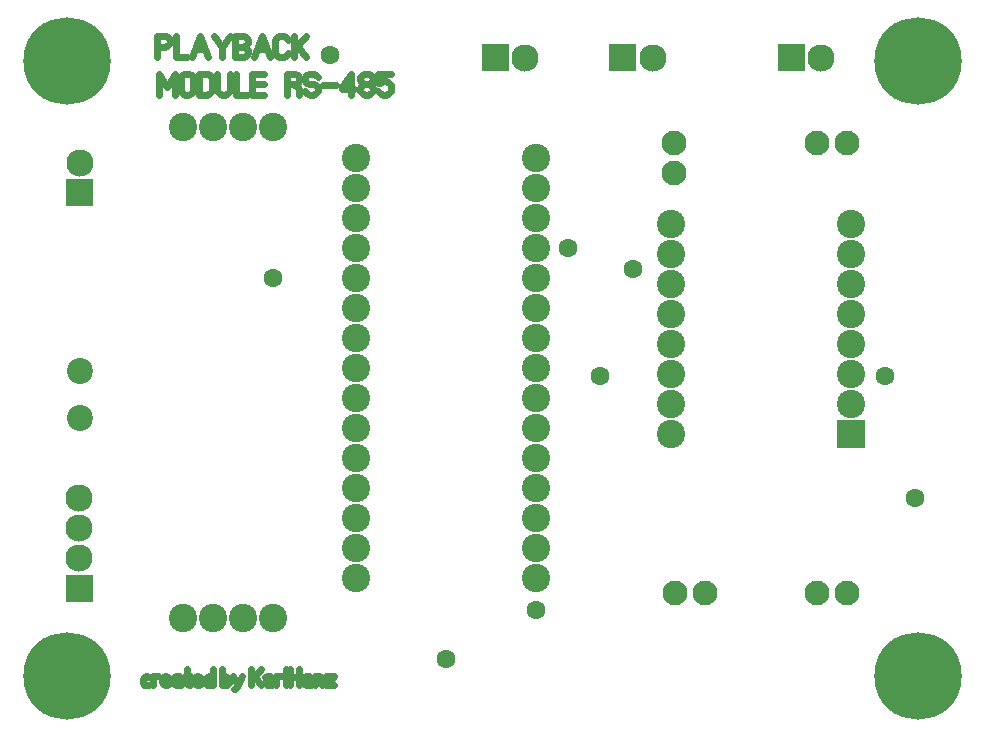
<source format=gbr>
%FSLAX34Y34*%
%MOMM*%
%LNSOLDERMASK_TOP*%
G71*
G01*
%ADD10C, 7.400*%
%ADD11C, 2.400*%
%ADD12C, 2.200*%
%ADD13C, 2.300*%
%ADD14C, 2.100*%
%ADD15C, 1.600*%
%ADD16C, 0.622*%
%ADD17C, 0.567*%
%LPD*%
X84137Y625475D02*
G54D10*
D03*
X84137Y104813D02*
G54D10*
D03*
X804862Y104813D02*
G54D10*
D03*
X804862Y625475D02*
G54D10*
D03*
X182562Y569612D02*
G54D11*
D03*
X207962Y569612D02*
G54D11*
D03*
X233362Y569612D02*
G54D11*
D03*
X258762Y569612D02*
G54D11*
D03*
X182562Y153687D02*
G54D11*
D03*
X207962Y153687D02*
G54D11*
D03*
X233362Y153688D02*
G54D11*
D03*
X258762Y153687D02*
G54D11*
D03*
X481012Y187362D02*
G54D11*
D03*
X481012Y212762D02*
G54D11*
D03*
X481012Y238162D02*
G54D11*
D03*
X481012Y263562D02*
G54D11*
D03*
X481012Y288962D02*
G54D11*
D03*
X481012Y314362D02*
G54D11*
D03*
X481012Y339762D02*
G54D11*
D03*
X481012Y365162D02*
G54D11*
D03*
X481012Y390562D02*
G54D11*
D03*
X481012Y415962D02*
G54D11*
D03*
X481012Y441362D02*
G54D11*
D03*
X481012Y466762D02*
G54D11*
D03*
X481012Y492162D02*
G54D11*
D03*
X481012Y517562D02*
G54D11*
D03*
X481012Y542962D02*
G54D11*
D03*
X328612Y187362D02*
G54D11*
D03*
X328612Y212762D02*
G54D11*
D03*
X328612Y238162D02*
G54D11*
D03*
X328612Y263562D02*
G54D11*
D03*
X328612Y288962D02*
G54D11*
D03*
X328612Y314362D02*
G54D11*
D03*
X328612Y339762D02*
G54D11*
D03*
X328612Y365162D02*
G54D11*
D03*
X328612Y390562D02*
G54D11*
D03*
X328612Y415962D02*
G54D11*
D03*
X328612Y441362D02*
G54D11*
D03*
X328612Y466762D02*
G54D11*
D03*
X328612Y492162D02*
G54D11*
D03*
X328612Y517562D02*
G54D11*
D03*
X328612Y542962D02*
G54D11*
D03*
X595312Y487400D02*
G54D11*
D03*
X595312Y462000D02*
G54D11*
D03*
X595312Y436600D02*
G54D11*
D03*
X595312Y411200D02*
G54D11*
D03*
X595312Y385800D02*
G54D11*
D03*
X595312Y360400D02*
G54D11*
D03*
X595312Y335000D02*
G54D11*
D03*
X94761Y322933D02*
G54D12*
D03*
X94761Y362933D02*
G54D12*
D03*
X94765Y539283D02*
G54D13*
D03*
G36*
X106265Y525383D02*
X106265Y502383D01*
X83265Y502383D01*
X83265Y525383D01*
X106265Y525383D01*
G37*
X94413Y204322D02*
G54D13*
D03*
G36*
X105913Y190422D02*
X105913Y167422D01*
X82913Y167422D01*
X82913Y190422D01*
X105913Y190422D01*
G37*
X94413Y229722D02*
G54D13*
D03*
X94413Y255122D02*
G54D13*
D03*
X747713Y487400D02*
G54D11*
D03*
X747713Y462000D02*
G54D11*
D03*
X747713Y436600D02*
G54D11*
D03*
X747713Y411200D02*
G54D11*
D03*
X747713Y385800D02*
G54D11*
D03*
X747713Y360400D02*
G54D11*
D03*
X747713Y335000D02*
G54D11*
D03*
G36*
X759713Y321600D02*
X759713Y297600D01*
X735713Y297600D01*
X735713Y321600D01*
X759713Y321600D01*
G37*
X595312Y309600D02*
G54D11*
D03*
X598414Y174577D02*
G54D14*
D03*
X623814Y174577D02*
G54D14*
D03*
X719064Y174577D02*
G54D14*
D03*
X744464Y174577D02*
G54D14*
D03*
X598329Y555651D02*
G54D14*
D03*
X598328Y530251D02*
G54D14*
D03*
X719064Y555577D02*
G54D14*
D03*
X744464Y555577D02*
G54D14*
D03*
X579884Y628209D02*
G54D13*
D03*
G36*
X565984Y616709D02*
X542984Y616709D01*
X542984Y639709D01*
X565984Y639709D01*
X565984Y616709D01*
G37*
X534987Y358838D02*
G54D15*
D03*
X776287Y358838D02*
G54D15*
D03*
X563563Y449326D02*
G54D15*
D03*
X481013Y160401D02*
G54D15*
D03*
X722759Y628209D02*
G54D13*
D03*
G36*
X708859Y616709D02*
X685859Y616709D01*
X685859Y639709D01*
X708859Y639709D01*
X708859Y616709D01*
G37*
X801688Y255651D02*
G54D15*
D03*
X258763Y441389D02*
G54D15*
D03*
X508000Y466788D02*
G54D15*
D03*
G54D16*
X275208Y605789D02*
X279208Y603567D01*
X280542Y601344D01*
X280542Y596900D01*
G54D16*
X269875Y596900D02*
X269875Y614678D01*
X276542Y614678D01*
X279208Y613567D01*
X280542Y611344D01*
X280542Y609122D01*
X279208Y606900D01*
X276542Y605789D01*
X269875Y605789D01*
G54D16*
X285431Y600233D02*
X286764Y598011D01*
X289431Y596900D01*
X292098Y596900D01*
X294764Y598011D01*
X296098Y600233D01*
X296098Y602456D01*
X294764Y604678D01*
X292098Y605789D01*
X289431Y605789D01*
X286764Y606900D01*
X285431Y609122D01*
X285431Y611344D01*
X286764Y613567D01*
X289431Y614678D01*
X292098Y614678D01*
X294764Y613567D01*
X296098Y611344D01*
G54D16*
X300987Y604678D02*
X311654Y604678D01*
G54D16*
X324543Y596900D02*
X324543Y614678D01*
X316543Y603567D01*
X316543Y601344D01*
X327210Y601344D01*
G54D16*
X338766Y605789D02*
X336099Y605789D01*
X333432Y606900D01*
X332099Y609122D01*
X332099Y611344D01*
X333432Y613567D01*
X336099Y614678D01*
X338766Y614678D01*
X341432Y613567D01*
X342766Y611344D01*
X342766Y609122D01*
X341432Y606900D01*
X338766Y605789D01*
X341432Y604678D01*
X342766Y602456D01*
X342766Y600233D01*
X341432Y598011D01*
X338766Y596900D01*
X336099Y596900D01*
X333432Y598011D01*
X332099Y600233D01*
X332099Y602456D01*
X333432Y604678D01*
X336099Y605789D01*
G54D16*
X358322Y614678D02*
X347655Y614678D01*
X347655Y606900D01*
X348988Y606900D01*
X351655Y608011D01*
X354322Y608011D01*
X356988Y606900D01*
X358322Y604678D01*
X358322Y600233D01*
X356988Y598011D01*
X354322Y596900D01*
X351655Y596900D01*
X348988Y598011D01*
X347655Y600233D01*
G54D17*
X153284Y103914D02*
X151284Y104414D01*
X149284Y103914D01*
X148284Y102248D01*
X148284Y98914D01*
X149284Y97248D01*
X151284Y96914D01*
X153284Y97248D01*
G54D17*
X156951Y96914D02*
X156951Y104414D01*
G54D17*
X156951Y102748D02*
X158951Y104414D01*
X160951Y104414D01*
G54D17*
X170618Y97748D02*
X169018Y96914D01*
X167018Y96914D01*
X165018Y97748D01*
X164618Y99414D01*
X164618Y102248D01*
X165618Y103914D01*
X167618Y104414D01*
X169618Y103914D01*
X170618Y102748D01*
X170618Y101081D01*
X164618Y101081D01*
G54D17*
X174285Y103581D02*
X176285Y104414D01*
X178685Y104414D01*
X180285Y102748D01*
X180285Y96914D01*
G54D17*
X180285Y99414D02*
X179285Y101081D01*
X177285Y101414D01*
X175285Y101081D01*
X174285Y99414D01*
X174685Y97748D01*
X176285Y96914D01*
X177285Y96914D01*
X177685Y96914D01*
X179285Y97748D01*
X180285Y99414D01*
G54D17*
X185952Y110248D02*
X185952Y97748D01*
X186952Y96914D01*
X187952Y97248D01*
G54D17*
X183952Y104414D02*
X187952Y104414D01*
G54D17*
X197619Y97748D02*
X196019Y96914D01*
X194019Y96914D01*
X192019Y97748D01*
X191619Y99414D01*
X191619Y102248D01*
X192619Y103914D01*
X194619Y104414D01*
X196619Y103914D01*
X197619Y102748D01*
X197619Y101081D01*
X191619Y101081D01*
G54D17*
X207286Y96914D02*
X207286Y110248D01*
G54D17*
X207286Y102248D02*
X206286Y103914D01*
X204286Y104414D01*
X202286Y103914D01*
X201286Y102248D01*
X201286Y98914D01*
X202286Y97248D01*
X204286Y96914D01*
X206286Y97248D01*
X207286Y98914D01*
G54D17*
X214820Y96914D02*
X214820Y110248D01*
G54D17*
X214820Y102248D02*
X215820Y103914D01*
X217820Y104414D01*
X219820Y103914D01*
X220820Y102248D01*
X220820Y98914D01*
X219820Y97248D01*
X217820Y96914D01*
X215820Y97248D01*
X214820Y98914D01*
G54D17*
X224487Y104414D02*
X228487Y96914D01*
X232487Y104414D01*
G54D17*
X228487Y96914D02*
X227487Y94414D01*
X226487Y93581D01*
X225487Y93581D01*
G54D17*
X240021Y96914D02*
X240021Y110248D01*
G54D17*
X240021Y101081D02*
X248021Y110248D01*
G54D17*
X243021Y103581D02*
X248021Y96914D01*
G54D17*
X251688Y103581D02*
X253688Y104414D01*
X256088Y104414D01*
X257688Y102748D01*
X257688Y96914D01*
G54D17*
X257688Y99414D02*
X256688Y101081D01*
X254688Y101414D01*
X252688Y101081D01*
X251688Y99414D01*
X252088Y97748D01*
X253688Y96914D01*
X254688Y96914D01*
X255088Y96914D01*
X256688Y97748D01*
X257688Y99414D01*
G54D17*
X261355Y96914D02*
X261355Y104414D01*
G54D17*
X261355Y102748D02*
X263355Y104414D01*
X265355Y104414D01*
G54D17*
X269022Y96914D02*
X269022Y110248D01*
G54D17*
X272689Y96914D02*
X272689Y110248D01*
G54D17*
X280689Y96914D02*
X280689Y110248D01*
G54D17*
X272689Y103581D02*
X280689Y103581D01*
G54D17*
X284356Y103581D02*
X286356Y104414D01*
X288756Y104414D01*
X290356Y102748D01*
X290356Y96914D01*
G54D17*
X290356Y99414D02*
X289356Y101081D01*
X287356Y101414D01*
X285356Y101081D01*
X284356Y99414D01*
X284756Y97748D01*
X286356Y96914D01*
X287356Y96914D01*
X287756Y96914D01*
X289356Y97748D01*
X290356Y99414D01*
G54D17*
X294023Y96914D02*
X294023Y104414D01*
G54D17*
X294023Y102748D02*
X295023Y103914D01*
X297023Y104414D01*
X299023Y103914D01*
X300023Y102748D01*
X300023Y96914D01*
G54D17*
X303690Y104414D02*
X309690Y104414D01*
X303690Y96914D01*
X309690Y96914D01*
X94413Y255121D02*
G54D13*
D03*
X94761Y322933D02*
G54D12*
D03*
X94765Y539283D02*
G54D13*
D03*
X404813Y119126D02*
G54D15*
D03*
X182562Y153687D02*
G54D11*
D03*
X471934Y628209D02*
G54D13*
D03*
G36*
X458034Y616709D02*
X435034Y616709D01*
X435034Y639709D01*
X458034Y639709D01*
X458034Y616709D01*
G37*
X471934Y628209D02*
G54D12*
D03*
X306388Y630301D02*
G54D15*
D03*
G54D16*
X160338Y628650D02*
X160338Y646428D01*
X167004Y646428D01*
X169671Y645317D01*
X171004Y643094D01*
X171004Y640872D01*
X169671Y638650D01*
X167004Y637539D01*
X160338Y637539D01*
G54D16*
X175894Y646428D02*
X175894Y628650D01*
X185227Y628650D01*
G54D16*
X190116Y628650D02*
X196782Y646428D01*
X203449Y628650D01*
G54D16*
X192782Y635317D02*
X200782Y635317D01*
G54D16*
X208338Y646428D02*
X215004Y637539D01*
X215004Y628650D01*
G54D16*
X215004Y637539D02*
X221671Y646428D01*
G54D16*
X226560Y628650D02*
X226560Y646428D01*
X233226Y646428D01*
X235893Y645317D01*
X237226Y643094D01*
X237226Y640872D01*
X235893Y638650D01*
X233226Y637539D01*
X235893Y636428D01*
X237226Y634206D01*
X237226Y631983D01*
X235893Y629761D01*
X233226Y628650D01*
X226560Y628650D01*
G54D16*
X226560Y637539D02*
X233226Y637539D01*
G54D16*
X242116Y628650D02*
X248782Y646428D01*
X255449Y628650D01*
G54D16*
X244782Y635317D02*
X252782Y635317D01*
G54D16*
X271004Y631983D02*
X269671Y629761D01*
X267004Y628650D01*
X264338Y628650D01*
X261671Y629761D01*
X260338Y631983D01*
X260338Y643094D01*
X261671Y645317D01*
X264338Y646428D01*
X267004Y646428D01*
X269671Y645317D01*
X271004Y643094D01*
G54D16*
X275894Y628650D02*
X275894Y646428D01*
G54D16*
X275894Y634206D02*
X286560Y646428D01*
G54D16*
X279894Y637539D02*
X286560Y628650D01*
G54D16*
X161925Y596900D02*
X161925Y614678D01*
X168592Y603567D01*
X175258Y614678D01*
X175258Y596900D01*
G54D16*
X190814Y611344D02*
X190814Y600233D01*
X189480Y598011D01*
X186814Y596900D01*
X184147Y596900D01*
X181480Y598011D01*
X180147Y600233D01*
X180147Y611344D01*
X181480Y613567D01*
X184147Y614678D01*
X186814Y614678D01*
X189480Y613567D01*
X190814Y611344D01*
G54D16*
X195703Y596900D02*
X195703Y614678D01*
X202370Y614678D01*
X205036Y613567D01*
X206370Y611344D01*
X206370Y600233D01*
X205036Y598011D01*
X202370Y596900D01*
X195703Y596900D01*
G54D16*
X211259Y614678D02*
X211259Y600233D01*
X212592Y598011D01*
X215259Y596900D01*
X217926Y596900D01*
X220592Y598011D01*
X221926Y600233D01*
X221926Y614678D01*
G54D16*
X226815Y614678D02*
X226815Y596900D01*
X236148Y596900D01*
G54D16*
X250370Y596900D02*
X241037Y596900D01*
X241037Y614678D01*
X250370Y614678D01*
G54D16*
X241037Y605789D02*
X250370Y605789D01*
M02*

</source>
